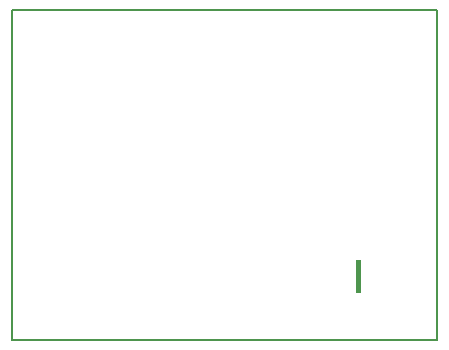
<source format=gko>
G04*
G04 #@! TF.GenerationSoftware,Altium Limited,Altium Designer,21.0.8 (223)*
G04*
G04 Layer_Color=16711935*
%FSTAX24Y24*%
%MOIN*%
G70*
G04*
G04 #@! TF.SameCoordinates,54288C87-6C50-4DCC-9232-1D79D91570B4*
G04*
G04*
G04 #@! TF.FilePolarity,Positive*
G04*
G01*
G75*
%ADD11C,0.0070*%
%ADD12C,0.0079*%
G36*
X074955Y043069D02*
Y044169D01*
X074797D01*
Y043069D01*
X074955D01*
D02*
G37*
D11*
X063311Y041483D02*
Y052507D01*
Y041483D02*
X077484Y041483D01*
D12*
Y052507D01*
X063311Y052507D02*
X077484D01*
M02*

</source>
